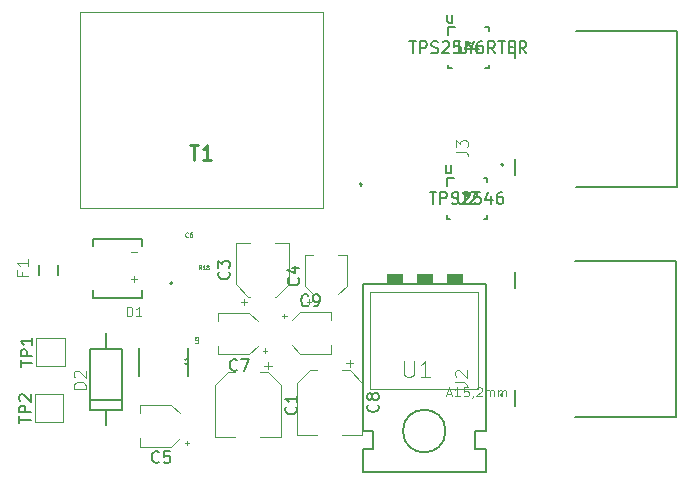
<source format=gbr>
%TF.GenerationSoftware,KiCad,Pcbnew,(5.1.9)-1*%
%TF.CreationDate,2021-03-01T12:10:23+05:30*%
%TF.ProjectId,Charger,43686172-6765-4722-9e6b-696361645f70,rev?*%
%TF.SameCoordinates,Original*%
%TF.FileFunction,Legend,Top*%
%TF.FilePolarity,Positive*%
%FSLAX46Y46*%
G04 Gerber Fmt 4.6, Leading zero omitted, Abs format (unit mm)*
G04 Created by KiCad (PCBNEW (5.1.9)-1) date 2021-03-01 12:10:23*
%MOMM*%
%LPD*%
G01*
G04 APERTURE LIST*
%ADD10C,0.120000*%
%ADD11C,0.127000*%
%ADD12C,0.152400*%
%ADD13C,0.200000*%
%ADD14C,0.100000*%
%ADD15C,0.050800*%
%ADD16C,0.010000*%
%ADD17C,0.150000*%
%ADD18C,0.015000*%
%ADD19C,0.254000*%
G04 APERTURE END LIST*
D10*
%TO.C,C9*%
X102725000Y-59545000D02*
X102725000Y-58845000D01*
X102725000Y-56025000D02*
X102725000Y-56725000D01*
X100094437Y-56025000D02*
X102725000Y-56025000D01*
X100094437Y-59545000D02*
X102725000Y-59545000D01*
X99394437Y-56725000D02*
X100094437Y-56025000D01*
X99394437Y-58845000D02*
X100094437Y-59545000D01*
X98590000Y-56350000D02*
X98965000Y-56350000D01*
X98777500Y-56162500D02*
X98777500Y-56537500D01*
%TO.C,C8*%
X99856000Y-66450500D02*
X101556000Y-66450500D01*
X105376000Y-66450500D02*
X103676000Y-66450500D01*
X105376000Y-61994937D02*
X105376000Y-66450500D01*
X99856000Y-61994937D02*
X99856000Y-66450500D01*
X100920437Y-60930500D02*
X101556000Y-60930500D01*
X104311563Y-60930500D02*
X103676000Y-60930500D01*
X104311563Y-60930500D02*
X105376000Y-61994937D01*
X100920437Y-60930500D02*
X99856000Y-61994937D01*
X104301000Y-60065500D02*
X104301000Y-60690500D01*
X104613500Y-60378000D02*
X103988500Y-60378000D01*
%TO.C,C7*%
X93172500Y-56088500D02*
X93172500Y-56788500D01*
X93172500Y-59608500D02*
X93172500Y-58908500D01*
X95803063Y-59608500D02*
X93172500Y-59608500D01*
X95803063Y-56088500D02*
X93172500Y-56088500D01*
X96503063Y-58908500D02*
X95803063Y-59608500D01*
X96503063Y-56788500D02*
X95803063Y-56088500D01*
X97307500Y-59283500D02*
X96932500Y-59283500D01*
X97120000Y-59471000D02*
X97120000Y-59096000D01*
%TO.C,C5*%
X86568500Y-63899000D02*
X86568500Y-64599000D01*
X86568500Y-67419000D02*
X86568500Y-66719000D01*
X89199063Y-67419000D02*
X86568500Y-67419000D01*
X89199063Y-63899000D02*
X86568500Y-63899000D01*
X89899063Y-66719000D02*
X89199063Y-67419000D01*
X89899063Y-64599000D02*
X89199063Y-63899000D01*
X90703500Y-67094000D02*
X90328500Y-67094000D01*
X90516000Y-67281500D02*
X90516000Y-66906500D01*
%TO.C,C4*%
X104058500Y-51199000D02*
X103358500Y-51199000D01*
X100538500Y-51199000D02*
X101238500Y-51199000D01*
X100538500Y-53829563D02*
X100538500Y-51199000D01*
X104058500Y-53829563D02*
X104058500Y-51199000D01*
X101238500Y-54529563D02*
X100538500Y-53829563D01*
X103358500Y-54529563D02*
X104058500Y-53829563D01*
X100863500Y-55334000D02*
X100863500Y-54959000D01*
X100676000Y-55146500D02*
X101051000Y-55146500D01*
%TO.C,C3*%
X99161000Y-50191000D02*
X97961000Y-50191000D01*
X94641000Y-50191000D02*
X95841000Y-50191000D01*
X94641000Y-53646563D02*
X94641000Y-50191000D01*
X99161000Y-53646563D02*
X99161000Y-50191000D01*
X98096563Y-54711000D02*
X97961000Y-54711000D01*
X95705437Y-54711000D02*
X95841000Y-54711000D01*
X95705437Y-54711000D02*
X94641000Y-53646563D01*
X98096563Y-54711000D02*
X99161000Y-53646563D01*
X95341000Y-55451000D02*
X95341000Y-54951000D01*
X95091000Y-55201000D02*
X95591000Y-55201000D01*
%TO.C,C1*%
X92934500Y-66641000D02*
X94634500Y-66641000D01*
X98454500Y-66641000D02*
X96754500Y-66641000D01*
X98454500Y-62185437D02*
X98454500Y-66641000D01*
X92934500Y-62185437D02*
X92934500Y-66641000D01*
X93998937Y-61121000D02*
X94634500Y-61121000D01*
X97390063Y-61121000D02*
X96754500Y-61121000D01*
X97390063Y-61121000D02*
X98454500Y-62185437D01*
X93998937Y-61121000D02*
X92934500Y-62185437D01*
X97379500Y-60256000D02*
X97379500Y-60881000D01*
X97692000Y-60568500D02*
X97067000Y-60568500D01*
%TO.C,TP2*%
X77654300Y-65360400D02*
X77654300Y-62960400D01*
X77654300Y-62960400D02*
X80054300Y-62960400D01*
X80054300Y-62960400D02*
X80054300Y-65360400D01*
X80054300Y-65360400D02*
X77654300Y-65360400D01*
%TO.C,TP1*%
X77781300Y-60597900D02*
X77781300Y-58197900D01*
X77781300Y-58197900D02*
X80181300Y-58197900D01*
X80181300Y-58197900D02*
X80181300Y-60597900D01*
X80181300Y-60597900D02*
X77781300Y-60597900D01*
D11*
%TO.C,F1*%
X79580800Y-52011000D02*
X79580800Y-52891000D01*
X78000800Y-52891000D02*
X78000800Y-52011000D01*
D12*
%TO.C,U4*%
X112638500Y-35380000D02*
X112938499Y-35380000D01*
X112638500Y-35380000D02*
X112638500Y-35080001D01*
X115788501Y-35380000D02*
X116088500Y-35380000D01*
X116088500Y-35380000D02*
X116088500Y-35080001D01*
X116088500Y-32229999D02*
X116088500Y-31930000D01*
X115788501Y-31930000D02*
X116088500Y-31930000D01*
X112638500Y-31930000D02*
X113263500Y-31930000D01*
X112638500Y-32555000D02*
X112638500Y-31930000D01*
%TO.C,U2*%
X112511500Y-48143500D02*
X112811499Y-48143500D01*
X112511500Y-48143500D02*
X112511500Y-47843501D01*
X115661501Y-48143500D02*
X115961500Y-48143500D01*
X115961500Y-48143500D02*
X115961500Y-47843501D01*
X115961500Y-44993499D02*
X115961500Y-44693500D01*
X115661501Y-44693500D02*
X115961500Y-44693500D01*
X112511500Y-44693500D02*
X113136500Y-44693500D01*
X112511500Y-45318500D02*
X112511500Y-44693500D01*
D13*
%TO.C,D1*%
X89312800Y-53594000D02*
G75*
G03*
X89312800Y-53594000I-100000J0D01*
G01*
D11*
X86732800Y-54804000D02*
X86732800Y-54184000D01*
X86732800Y-54804000D02*
X82532800Y-54804000D01*
X82532800Y-54804000D02*
X82532800Y-54184000D01*
X86732800Y-50464000D02*
X86732800Y-49844000D01*
X86732800Y-49844000D02*
X82532800Y-49844000D01*
X82532800Y-49844000D02*
X82532800Y-50464000D01*
%TO.C,D2*%
X82292200Y-59122000D02*
X82292200Y-63497000D01*
X82292200Y-63497000D02*
X82292200Y-64322000D01*
X84992200Y-64322000D02*
X84992200Y-63497000D01*
X84992200Y-63497000D02*
X84992200Y-59122000D01*
X84992200Y-63497000D02*
X82292200Y-63497000D01*
X82292200Y-64322000D02*
X83642200Y-64322000D01*
X83642200Y-64322000D02*
X84992200Y-64322000D01*
X84992200Y-59122000D02*
X83642200Y-59122000D01*
X83642200Y-59122000D02*
X82292200Y-59122000D01*
X83642200Y-64322000D02*
X83642200Y-65622000D01*
X83642200Y-59122000D02*
X83642200Y-57822000D01*
D13*
%TO.C,J2*%
X131970000Y-64893000D02*
X123420000Y-64893000D01*
X123420000Y-51693000D02*
X131970000Y-51693000D01*
X131970000Y-51693000D02*
X131970000Y-64893000D01*
X117270000Y-63043000D02*
G75*
G03*
X117270000Y-63043000I-100000J0D01*
G01*
X118270000Y-63943000D02*
X118270000Y-62593000D01*
X118270000Y-53993000D02*
X118270000Y-52643000D01*
%TO.C,J3*%
X118333500Y-34498500D02*
X118333500Y-33148500D01*
X118333500Y-44448500D02*
X118333500Y-43098500D01*
X117333500Y-43548500D02*
G75*
G03*
X117333500Y-43548500I-100000J0D01*
G01*
X132033500Y-32198500D02*
X132033500Y-45398500D01*
X123483500Y-32198500D02*
X132033500Y-32198500D01*
X132033500Y-45398500D02*
X123483500Y-45398500D01*
%TO.C,T1*%
X105244800Y-45112800D02*
X105244800Y-45112800D01*
X105244800Y-45312800D02*
X105244800Y-45312800D01*
D14*
X102044800Y-30612800D02*
X102044800Y-47212800D01*
X81444800Y-30612800D02*
X102044800Y-30612800D01*
X81444800Y-47212800D02*
X81444800Y-30612800D01*
X102044800Y-47212800D02*
X81444800Y-47212800D01*
D13*
X105244800Y-45112800D02*
G75*
G03*
X105244800Y-45312800I0J-100000D01*
G01*
X105244800Y-45312800D02*
G75*
G03*
X105244800Y-45112800I0J100000D01*
G01*
D12*
%TO.C,U1*%
X115824000Y-53657500D02*
X105410000Y-53657500D01*
X105410000Y-69532500D02*
X115824000Y-69532500D01*
X105410000Y-53657500D02*
X105410000Y-66103500D01*
X105410000Y-66103500D02*
X106299000Y-66103500D01*
X106299000Y-66103500D02*
X106299000Y-67627500D01*
X106299000Y-67627500D02*
X105410000Y-67627500D01*
X105410000Y-67627500D02*
X105410000Y-69532500D01*
X115824000Y-53657500D02*
X115824000Y-66103500D01*
X115824000Y-66103500D02*
X114935000Y-66103500D01*
X114935000Y-66103500D02*
X114935000Y-67627500D01*
X114935000Y-67627500D02*
X115824000Y-67627500D01*
X115824000Y-67627500D02*
X115824000Y-69532500D01*
D15*
X115189000Y-54292500D02*
X106045000Y-54292500D01*
X106045000Y-62547500D02*
X106045000Y-54292500D01*
X106045000Y-62547500D02*
X115189000Y-62547500D01*
X115189000Y-54292500D02*
X115189000Y-62547500D01*
D12*
X112420400Y-66103500D02*
G75*
G03*
X112420400Y-66103500I-1803400J0D01*
G01*
D16*
G36*
X108708720Y-53657500D02*
G01*
X107442000Y-53657500D01*
X107442000Y-52764780D01*
X108708720Y-52764780D01*
X108708720Y-53657500D01*
G37*
X108708720Y-53657500D02*
X107442000Y-53657500D01*
X107442000Y-52764780D01*
X108708720Y-52764780D01*
X108708720Y-53657500D01*
G36*
X111252951Y-53657500D02*
G01*
X109982000Y-53657500D01*
X109982000Y-52765270D01*
X111252951Y-52765270D01*
X111252951Y-53657500D01*
G37*
X111252951Y-53657500D02*
X109982000Y-53657500D01*
X109982000Y-52765270D01*
X111252951Y-52765270D01*
X111252951Y-53657500D01*
G36*
X113796610Y-53657500D02*
G01*
X112522000Y-53657500D01*
X112522000Y-52765370D01*
X113796610Y-52765370D01*
X113796610Y-53657500D01*
G37*
X113796610Y-53657500D02*
X112522000Y-53657500D01*
X112522000Y-52765370D01*
X113796610Y-52765370D01*
X113796610Y-53657500D01*
D12*
%TO.C,U3*%
X86487000Y-59055000D02*
X86487000Y-61442600D01*
X90652600Y-61442600D02*
X90652600Y-60553600D01*
X90652600Y-60553600D02*
X90652600Y-59055000D01*
X90652599Y-60553600D02*
G75*
G02*
X90373200Y-60401200I-7717J318167D01*
G01*
X90373200Y-60096399D02*
G75*
G02*
X90627200Y-59944000I258982J-143771D01*
G01*
%TO.C,C9*%
D17*
X100798333Y-55442142D02*
X100750714Y-55489761D01*
X100607857Y-55537380D01*
X100512619Y-55537380D01*
X100369761Y-55489761D01*
X100274523Y-55394523D01*
X100226904Y-55299285D01*
X100179285Y-55108809D01*
X100179285Y-54965952D01*
X100226904Y-54775476D01*
X100274523Y-54680238D01*
X100369761Y-54585000D01*
X100512619Y-54537380D01*
X100607857Y-54537380D01*
X100750714Y-54585000D01*
X100798333Y-54632619D01*
X101274523Y-55537380D02*
X101465000Y-55537380D01*
X101560238Y-55489761D01*
X101607857Y-55442142D01*
X101703095Y-55299285D01*
X101750714Y-55108809D01*
X101750714Y-54727857D01*
X101703095Y-54632619D01*
X101655476Y-54585000D01*
X101560238Y-54537380D01*
X101369761Y-54537380D01*
X101274523Y-54585000D01*
X101226904Y-54632619D01*
X101179285Y-54727857D01*
X101179285Y-54965952D01*
X101226904Y-55061190D01*
X101274523Y-55108809D01*
X101369761Y-55156428D01*
X101560238Y-55156428D01*
X101655476Y-55108809D01*
X101703095Y-55061190D01*
X101750714Y-54965952D01*
%TO.C,C8*%
X106673142Y-63857166D02*
X106720761Y-63904785D01*
X106768380Y-64047642D01*
X106768380Y-64142880D01*
X106720761Y-64285738D01*
X106625523Y-64380976D01*
X106530285Y-64428595D01*
X106339809Y-64476214D01*
X106196952Y-64476214D01*
X106006476Y-64428595D01*
X105911238Y-64380976D01*
X105816000Y-64285738D01*
X105768380Y-64142880D01*
X105768380Y-64047642D01*
X105816000Y-63904785D01*
X105863619Y-63857166D01*
X106196952Y-63285738D02*
X106149333Y-63380976D01*
X106101714Y-63428595D01*
X106006476Y-63476214D01*
X105958857Y-63476214D01*
X105863619Y-63428595D01*
X105816000Y-63380976D01*
X105768380Y-63285738D01*
X105768380Y-63095261D01*
X105816000Y-63000023D01*
X105863619Y-62952404D01*
X105958857Y-62904785D01*
X106006476Y-62904785D01*
X106101714Y-62952404D01*
X106149333Y-63000023D01*
X106196952Y-63095261D01*
X106196952Y-63285738D01*
X106244571Y-63380976D01*
X106292190Y-63428595D01*
X106387428Y-63476214D01*
X106577904Y-63476214D01*
X106673142Y-63428595D01*
X106720761Y-63380976D01*
X106768380Y-63285738D01*
X106768380Y-63095261D01*
X106720761Y-63000023D01*
X106673142Y-62952404D01*
X106577904Y-62904785D01*
X106387428Y-62904785D01*
X106292190Y-62952404D01*
X106244571Y-63000023D01*
X106196952Y-63095261D01*
%TO.C,C7*%
X94765833Y-60905642D02*
X94718214Y-60953261D01*
X94575357Y-61000880D01*
X94480119Y-61000880D01*
X94337261Y-60953261D01*
X94242023Y-60858023D01*
X94194404Y-60762785D01*
X94146785Y-60572309D01*
X94146785Y-60429452D01*
X94194404Y-60238976D01*
X94242023Y-60143738D01*
X94337261Y-60048500D01*
X94480119Y-60000880D01*
X94575357Y-60000880D01*
X94718214Y-60048500D01*
X94765833Y-60096119D01*
X95099166Y-60000880D02*
X95765833Y-60000880D01*
X95337261Y-61000880D01*
%TO.C,C5*%
X88161833Y-68716142D02*
X88114214Y-68763761D01*
X87971357Y-68811380D01*
X87876119Y-68811380D01*
X87733261Y-68763761D01*
X87638023Y-68668523D01*
X87590404Y-68573285D01*
X87542785Y-68382809D01*
X87542785Y-68239952D01*
X87590404Y-68049476D01*
X87638023Y-67954238D01*
X87733261Y-67859000D01*
X87876119Y-67811380D01*
X87971357Y-67811380D01*
X88114214Y-67859000D01*
X88161833Y-67906619D01*
X89066595Y-67811380D02*
X88590404Y-67811380D01*
X88542785Y-68287571D01*
X88590404Y-68239952D01*
X88685642Y-68192333D01*
X88923738Y-68192333D01*
X89018976Y-68239952D01*
X89066595Y-68287571D01*
X89114214Y-68382809D01*
X89114214Y-68620904D01*
X89066595Y-68716142D01*
X89018976Y-68763761D01*
X88923738Y-68811380D01*
X88685642Y-68811380D01*
X88590404Y-68763761D01*
X88542785Y-68716142D01*
%TO.C,C4*%
X99955642Y-53125666D02*
X100003261Y-53173285D01*
X100050880Y-53316142D01*
X100050880Y-53411380D01*
X100003261Y-53554238D01*
X99908023Y-53649476D01*
X99812785Y-53697095D01*
X99622309Y-53744714D01*
X99479452Y-53744714D01*
X99288976Y-53697095D01*
X99193738Y-53649476D01*
X99098500Y-53554238D01*
X99050880Y-53411380D01*
X99050880Y-53316142D01*
X99098500Y-53173285D01*
X99146119Y-53125666D01*
X99384214Y-52268523D02*
X100050880Y-52268523D01*
X99003261Y-52506619D02*
X99717547Y-52744714D01*
X99717547Y-52125666D01*
%TO.C,C3*%
X94058142Y-52617666D02*
X94105761Y-52665285D01*
X94153380Y-52808142D01*
X94153380Y-52903380D01*
X94105761Y-53046238D01*
X94010523Y-53141476D01*
X93915285Y-53189095D01*
X93724809Y-53236714D01*
X93581952Y-53236714D01*
X93391476Y-53189095D01*
X93296238Y-53141476D01*
X93201000Y-53046238D01*
X93153380Y-52903380D01*
X93153380Y-52808142D01*
X93201000Y-52665285D01*
X93248619Y-52617666D01*
X93153380Y-52284333D02*
X93153380Y-51665285D01*
X93534333Y-51998619D01*
X93534333Y-51855761D01*
X93581952Y-51760523D01*
X93629571Y-51712904D01*
X93724809Y-51665285D01*
X93962904Y-51665285D01*
X94058142Y-51712904D01*
X94105761Y-51760523D01*
X94153380Y-51855761D01*
X94153380Y-52141476D01*
X94105761Y-52236714D01*
X94058142Y-52284333D01*
%TO.C,C1*%
X99751642Y-64047666D02*
X99799261Y-64095285D01*
X99846880Y-64238142D01*
X99846880Y-64333380D01*
X99799261Y-64476238D01*
X99704023Y-64571476D01*
X99608785Y-64619095D01*
X99418309Y-64666714D01*
X99275452Y-64666714D01*
X99084976Y-64619095D01*
X98989738Y-64571476D01*
X98894500Y-64476238D01*
X98846880Y-64333380D01*
X98846880Y-64238142D01*
X98894500Y-64095285D01*
X98942119Y-64047666D01*
X99846880Y-63095285D02*
X99846880Y-63666714D01*
X99846880Y-63381000D02*
X98846880Y-63381000D01*
X98989738Y-63476238D01*
X99084976Y-63571476D01*
X99132595Y-63666714D01*
%TO.C,TP2*%
X76308680Y-65422304D02*
X76308680Y-64850876D01*
X77308680Y-65136590D02*
X76308680Y-65136590D01*
X77308680Y-64517542D02*
X76308680Y-64517542D01*
X76308680Y-64136590D01*
X76356300Y-64041352D01*
X76403919Y-63993733D01*
X76499157Y-63946114D01*
X76642014Y-63946114D01*
X76737252Y-63993733D01*
X76784871Y-64041352D01*
X76832490Y-64136590D01*
X76832490Y-64517542D01*
X76403919Y-63565161D02*
X76356300Y-63517542D01*
X76308680Y-63422304D01*
X76308680Y-63184209D01*
X76356300Y-63088971D01*
X76403919Y-63041352D01*
X76499157Y-62993733D01*
X76594395Y-62993733D01*
X76737252Y-63041352D01*
X77308680Y-63612780D01*
X77308680Y-62993733D01*
%TO.C,TP1*%
X76435680Y-60659804D02*
X76435680Y-60088376D01*
X77435680Y-60374090D02*
X76435680Y-60374090D01*
X77435680Y-59755042D02*
X76435680Y-59755042D01*
X76435680Y-59374090D01*
X76483300Y-59278852D01*
X76530919Y-59231233D01*
X76626157Y-59183614D01*
X76769014Y-59183614D01*
X76864252Y-59231233D01*
X76911871Y-59278852D01*
X76959490Y-59374090D01*
X76959490Y-59755042D01*
X77435680Y-58231233D02*
X77435680Y-58802661D01*
X77435680Y-58516947D02*
X76435680Y-58516947D01*
X76578538Y-58612185D01*
X76673776Y-58707423D01*
X76721395Y-58802661D01*
%TO.C,F1*%
D18*
X76584371Y-52609333D02*
X76584371Y-52942666D01*
X77108180Y-52942666D02*
X76108180Y-52942666D01*
X76108180Y-52466476D01*
X77108180Y-51561714D02*
X77108180Y-52133142D01*
X77108180Y-51847428D02*
X76108180Y-51847428D01*
X76251038Y-51942666D01*
X76346276Y-52037904D01*
X76393895Y-52133142D01*
%TO.C,U4*%
D17*
X113601595Y-33107380D02*
X113601595Y-33916904D01*
X113649214Y-34012142D01*
X113696833Y-34059761D01*
X113792071Y-34107380D01*
X113982547Y-34107380D01*
X114077785Y-34059761D01*
X114125404Y-34012142D01*
X114173023Y-33916904D01*
X114173023Y-33107380D01*
X115077785Y-33440714D02*
X115077785Y-34107380D01*
X114839690Y-33059761D02*
X114601595Y-33774047D01*
X115220642Y-33774047D01*
X109363500Y-33107380D02*
X109934928Y-33107380D01*
X109649214Y-34107380D02*
X109649214Y-33107380D01*
X110268261Y-34107380D02*
X110268261Y-33107380D01*
X110649214Y-33107380D01*
X110744452Y-33155000D01*
X110792071Y-33202619D01*
X110839690Y-33297857D01*
X110839690Y-33440714D01*
X110792071Y-33535952D01*
X110744452Y-33583571D01*
X110649214Y-33631190D01*
X110268261Y-33631190D01*
X111220642Y-34059761D02*
X111363500Y-34107380D01*
X111601595Y-34107380D01*
X111696833Y-34059761D01*
X111744452Y-34012142D01*
X111792071Y-33916904D01*
X111792071Y-33821666D01*
X111744452Y-33726428D01*
X111696833Y-33678809D01*
X111601595Y-33631190D01*
X111411119Y-33583571D01*
X111315880Y-33535952D01*
X111268261Y-33488333D01*
X111220642Y-33393095D01*
X111220642Y-33297857D01*
X111268261Y-33202619D01*
X111315880Y-33155000D01*
X111411119Y-33107380D01*
X111649214Y-33107380D01*
X111792071Y-33155000D01*
X112173023Y-33202619D02*
X112220642Y-33155000D01*
X112315880Y-33107380D01*
X112553976Y-33107380D01*
X112649214Y-33155000D01*
X112696833Y-33202619D01*
X112744452Y-33297857D01*
X112744452Y-33393095D01*
X112696833Y-33535952D01*
X112125404Y-34107380D01*
X112744452Y-34107380D01*
X113649214Y-33107380D02*
X113173023Y-33107380D01*
X113125404Y-33583571D01*
X113173023Y-33535952D01*
X113268261Y-33488333D01*
X113506357Y-33488333D01*
X113601595Y-33535952D01*
X113649214Y-33583571D01*
X113696833Y-33678809D01*
X113696833Y-33916904D01*
X113649214Y-34012142D01*
X113601595Y-34059761D01*
X113506357Y-34107380D01*
X113268261Y-34107380D01*
X113173023Y-34059761D01*
X113125404Y-34012142D01*
X114553976Y-33440714D02*
X114553976Y-34107380D01*
X114315880Y-33059761D02*
X114077785Y-33774047D01*
X114696833Y-33774047D01*
X115506357Y-33107380D02*
X115315880Y-33107380D01*
X115220642Y-33155000D01*
X115173023Y-33202619D01*
X115077785Y-33345476D01*
X115030166Y-33535952D01*
X115030166Y-33916904D01*
X115077785Y-34012142D01*
X115125404Y-34059761D01*
X115220642Y-34107380D01*
X115411119Y-34107380D01*
X115506357Y-34059761D01*
X115553976Y-34012142D01*
X115601595Y-33916904D01*
X115601595Y-33678809D01*
X115553976Y-33583571D01*
X115506357Y-33535952D01*
X115411119Y-33488333D01*
X115220642Y-33488333D01*
X115125404Y-33535952D01*
X115077785Y-33583571D01*
X115030166Y-33678809D01*
X116601595Y-34107380D02*
X116268261Y-33631190D01*
X116030166Y-34107380D02*
X116030166Y-33107380D01*
X116411119Y-33107380D01*
X116506357Y-33155000D01*
X116553976Y-33202619D01*
X116601595Y-33297857D01*
X116601595Y-33440714D01*
X116553976Y-33535952D01*
X116506357Y-33583571D01*
X116411119Y-33631190D01*
X116030166Y-33631190D01*
X116887309Y-33107380D02*
X117458738Y-33107380D01*
X117173023Y-34107380D02*
X117173023Y-33107380D01*
X117792071Y-33583571D02*
X118125404Y-33583571D01*
X118268261Y-34107380D02*
X117792071Y-34107380D01*
X117792071Y-33107380D01*
X118268261Y-33107380D01*
X119268261Y-34107380D02*
X118934928Y-33631190D01*
X118696833Y-34107380D02*
X118696833Y-33107380D01*
X119077785Y-33107380D01*
X119173023Y-33155000D01*
X119220642Y-33202619D01*
X119268261Y-33297857D01*
X119268261Y-33440714D01*
X119220642Y-33535952D01*
X119173023Y-33583571D01*
X119077785Y-33631190D01*
X118696833Y-33631190D01*
X113002985Y-30849914D02*
X113002985Y-31516580D01*
X112574414Y-30849914D02*
X112574414Y-31373723D01*
X112622033Y-31468961D01*
X112717271Y-31516580D01*
X112860128Y-31516580D01*
X112955366Y-31468961D01*
X113002985Y-31421342D01*
X114363500Y-33107380D02*
X114363500Y-33345476D01*
X114125404Y-33250238D02*
X114363500Y-33345476D01*
X114601595Y-33250238D01*
X114220642Y-33535952D02*
X114363500Y-33345476D01*
X114506357Y-33535952D01*
%TO.C,U2*%
X113474595Y-45870880D02*
X113474595Y-46680404D01*
X113522214Y-46775642D01*
X113569833Y-46823261D01*
X113665071Y-46870880D01*
X113855547Y-46870880D01*
X113950785Y-46823261D01*
X113998404Y-46775642D01*
X114046023Y-46680404D01*
X114046023Y-45870880D01*
X114474595Y-45966119D02*
X114522214Y-45918500D01*
X114617452Y-45870880D01*
X114855547Y-45870880D01*
X114950785Y-45918500D01*
X114998404Y-45966119D01*
X115046023Y-46061357D01*
X115046023Y-46156595D01*
X114998404Y-46299452D01*
X114426976Y-46870880D01*
X115046023Y-46870880D01*
X111069833Y-45870880D02*
X111641261Y-45870880D01*
X111355547Y-46870880D02*
X111355547Y-45870880D01*
X111974595Y-46870880D02*
X111974595Y-45870880D01*
X112355547Y-45870880D01*
X112450785Y-45918500D01*
X112498404Y-45966119D01*
X112546023Y-46061357D01*
X112546023Y-46204214D01*
X112498404Y-46299452D01*
X112450785Y-46347071D01*
X112355547Y-46394690D01*
X111974595Y-46394690D01*
X112926976Y-46823261D02*
X113069833Y-46870880D01*
X113307928Y-46870880D01*
X113403166Y-46823261D01*
X113450785Y-46775642D01*
X113498404Y-46680404D01*
X113498404Y-46585166D01*
X113450785Y-46489928D01*
X113403166Y-46442309D01*
X113307928Y-46394690D01*
X113117452Y-46347071D01*
X113022214Y-46299452D01*
X112974595Y-46251833D01*
X112926976Y-46156595D01*
X112926976Y-46061357D01*
X112974595Y-45966119D01*
X113022214Y-45918500D01*
X113117452Y-45870880D01*
X113355547Y-45870880D01*
X113498404Y-45918500D01*
X113879357Y-45966119D02*
X113926976Y-45918500D01*
X114022214Y-45870880D01*
X114260309Y-45870880D01*
X114355547Y-45918500D01*
X114403166Y-45966119D01*
X114450785Y-46061357D01*
X114450785Y-46156595D01*
X114403166Y-46299452D01*
X113831738Y-46870880D01*
X114450785Y-46870880D01*
X115355547Y-45870880D02*
X114879357Y-45870880D01*
X114831738Y-46347071D01*
X114879357Y-46299452D01*
X114974595Y-46251833D01*
X115212690Y-46251833D01*
X115307928Y-46299452D01*
X115355547Y-46347071D01*
X115403166Y-46442309D01*
X115403166Y-46680404D01*
X115355547Y-46775642D01*
X115307928Y-46823261D01*
X115212690Y-46870880D01*
X114974595Y-46870880D01*
X114879357Y-46823261D01*
X114831738Y-46775642D01*
X116260309Y-46204214D02*
X116260309Y-46870880D01*
X116022214Y-45823261D02*
X115784119Y-46537547D01*
X116403166Y-46537547D01*
X117212690Y-45870880D02*
X117022214Y-45870880D01*
X116926976Y-45918500D01*
X116879357Y-45966119D01*
X116784119Y-46108976D01*
X116736500Y-46299452D01*
X116736500Y-46680404D01*
X116784119Y-46775642D01*
X116831738Y-46823261D01*
X116926976Y-46870880D01*
X117117452Y-46870880D01*
X117212690Y-46823261D01*
X117260309Y-46775642D01*
X117307928Y-46680404D01*
X117307928Y-46442309D01*
X117260309Y-46347071D01*
X117212690Y-46299452D01*
X117117452Y-46251833D01*
X116926976Y-46251833D01*
X116831738Y-46299452D01*
X116784119Y-46347071D01*
X116736500Y-46442309D01*
X112875985Y-43613414D02*
X112875985Y-44280080D01*
X112447414Y-43613414D02*
X112447414Y-44137223D01*
X112495033Y-44232461D01*
X112590271Y-44280080D01*
X112733128Y-44280080D01*
X112828366Y-44232461D01*
X112875985Y-44184842D01*
X114236500Y-45870880D02*
X114236500Y-46108976D01*
X113998404Y-46013738D02*
X114236500Y-46108976D01*
X114474595Y-46013738D01*
X114093642Y-46299452D02*
X114236500Y-46108976D01*
X114379357Y-46299452D01*
%TO.C,C6*%
D18*
X90616883Y-49640607D02*
X90598135Y-49659355D01*
X90541892Y-49678102D01*
X90504397Y-49678102D01*
X90448154Y-49659355D01*
X90410658Y-49621859D01*
X90391911Y-49584364D01*
X90373163Y-49509373D01*
X90373163Y-49453130D01*
X90391911Y-49378140D01*
X90410658Y-49340644D01*
X90448154Y-49303149D01*
X90504397Y-49284401D01*
X90541892Y-49284401D01*
X90598135Y-49303149D01*
X90616883Y-49321897D01*
X90954341Y-49284401D02*
X90879350Y-49284401D01*
X90841855Y-49303149D01*
X90823107Y-49321897D01*
X90785612Y-49378140D01*
X90766864Y-49453130D01*
X90766864Y-49603112D01*
X90785612Y-49640607D01*
X90804359Y-49659355D01*
X90841855Y-49678102D01*
X90916845Y-49678102D01*
X90954341Y-49659355D01*
X90973088Y-49640607D01*
X90991836Y-49603112D01*
X90991836Y-49509373D01*
X90973088Y-49471878D01*
X90954341Y-49453130D01*
X90916845Y-49434383D01*
X90841855Y-49434383D01*
X90804359Y-49453130D01*
X90785612Y-49471878D01*
X90766864Y-49509373D01*
%TO.C,D1*%
X85453002Y-56373999D02*
X85453002Y-55569424D01*
X85644567Y-55569424D01*
X85759506Y-55607737D01*
X85836132Y-55684363D01*
X85874446Y-55760989D01*
X85912759Y-55914242D01*
X85912759Y-56029181D01*
X85874446Y-56182433D01*
X85836132Y-56259060D01*
X85759506Y-56335686D01*
X85644567Y-56373999D01*
X85453002Y-56373999D01*
X86679021Y-56373999D02*
X86219263Y-56373999D01*
X86449142Y-56373999D02*
X86449142Y-55569424D01*
X86372516Y-55684363D01*
X86295890Y-55760989D01*
X86219263Y-55799302D01*
X85789035Y-53261186D02*
X86277944Y-53261186D01*
X86033490Y-53505640D02*
X86033490Y-53016732D01*
X85790258Y-50967713D02*
X86279681Y-50967713D01*
%TO.C,D2*%
X81957440Y-62503295D02*
X80957440Y-62503295D01*
X80957440Y-62265200D01*
X81005060Y-62122342D01*
X81100298Y-62027104D01*
X81195536Y-61979485D01*
X81386012Y-61931866D01*
X81528869Y-61931866D01*
X81719345Y-61979485D01*
X81814583Y-62027104D01*
X81909821Y-62122342D01*
X81957440Y-62265200D01*
X81957440Y-62503295D01*
X81052679Y-61550914D02*
X81005060Y-61503295D01*
X80957440Y-61408057D01*
X80957440Y-61169961D01*
X81005060Y-61074723D01*
X81052679Y-61027104D01*
X81147917Y-60979485D01*
X81243155Y-60979485D01*
X81386012Y-61027104D01*
X81957440Y-61598533D01*
X81957440Y-60979485D01*
%TO.C,J2*%
X113237380Y-61951333D02*
X113951666Y-61951333D01*
X114094523Y-61998952D01*
X114189761Y-62094190D01*
X114237380Y-62237047D01*
X114237380Y-62332285D01*
X113332619Y-61522761D02*
X113285000Y-61475142D01*
X113237380Y-61379904D01*
X113237380Y-61141809D01*
X113285000Y-61046571D01*
X113332619Y-60998952D01*
X113427857Y-60951333D01*
X113523095Y-60951333D01*
X113665952Y-60998952D01*
X114237380Y-61570380D01*
X114237380Y-60951333D01*
%TO.C,J3*%
X113300880Y-42456833D02*
X114015166Y-42456833D01*
X114158023Y-42504452D01*
X114253261Y-42599690D01*
X114300880Y-42742547D01*
X114300880Y-42837785D01*
X113300880Y-42075880D02*
X113300880Y-41456833D01*
X113681833Y-41790166D01*
X113681833Y-41647309D01*
X113729452Y-41552071D01*
X113777071Y-41504452D01*
X113872309Y-41456833D01*
X114110404Y-41456833D01*
X114205642Y-41504452D01*
X114253261Y-41552071D01*
X114300880Y-41647309D01*
X114300880Y-41933023D01*
X114253261Y-42028261D01*
X114205642Y-42075880D01*
%TO.C,R18*%
X91748606Y-52405795D02*
X91641498Y-52252784D01*
X91564992Y-52405795D02*
X91564992Y-52084471D01*
X91687402Y-52084471D01*
X91718004Y-52099773D01*
X91733305Y-52115074D01*
X91748606Y-52145676D01*
X91748606Y-52191579D01*
X91733305Y-52222182D01*
X91718004Y-52237483D01*
X91687402Y-52252784D01*
X91564992Y-52252784D01*
X92054629Y-52405795D02*
X91871015Y-52405795D01*
X91962822Y-52405795D02*
X91962822Y-52084471D01*
X91932220Y-52130375D01*
X91901618Y-52160977D01*
X91871015Y-52176278D01*
X92238243Y-52222182D02*
X92207640Y-52206881D01*
X92192339Y-52191579D01*
X92177038Y-52160977D01*
X92177038Y-52145676D01*
X92192339Y-52115074D01*
X92207640Y-52099773D01*
X92238243Y-52084471D01*
X92299447Y-52084471D01*
X92330050Y-52099773D01*
X92345351Y-52115074D01*
X92360652Y-52145676D01*
X92360652Y-52160977D01*
X92345351Y-52191579D01*
X92330050Y-52206881D01*
X92299447Y-52222182D01*
X92238243Y-52222182D01*
X92207640Y-52237483D01*
X92192339Y-52252784D01*
X92177038Y-52283386D01*
X92177038Y-52344591D01*
X92192339Y-52375193D01*
X92207640Y-52390494D01*
X92238243Y-52405795D01*
X92299447Y-52405795D01*
X92330050Y-52390494D01*
X92345351Y-52375193D01*
X92360652Y-52344591D01*
X92360652Y-52283386D01*
X92345351Y-52252784D01*
X92330050Y-52237483D01*
X92299447Y-52222182D01*
%TO.C,T1*%
D19*
X90777180Y-41900323D02*
X91502895Y-41900323D01*
X91140038Y-43170323D02*
X91140038Y-41900323D01*
X92591466Y-43170323D02*
X91865752Y-43170323D01*
X92228609Y-43170323D02*
X92228609Y-41900323D01*
X92107657Y-42081752D01*
X91986704Y-42202704D01*
X91865752Y-42263180D01*
%TO.C,U1*%
D18*
X108914439Y-60132598D02*
X108914439Y-61266530D01*
X108981141Y-61399934D01*
X109047843Y-61466636D01*
X109181247Y-61533338D01*
X109448054Y-61533338D01*
X109581458Y-61466636D01*
X109648160Y-61399934D01*
X109714862Y-61266530D01*
X109714862Y-60132598D01*
X111115602Y-61533338D02*
X110315179Y-61533338D01*
X110715390Y-61533338D02*
X110715390Y-60132598D01*
X110581987Y-60332703D01*
X110448583Y-60466107D01*
X110315179Y-60532809D01*
X112540065Y-62947255D02*
X112912224Y-62947255D01*
X112465633Y-63170551D02*
X112726145Y-62389016D01*
X112986656Y-63170551D01*
X113656543Y-63170551D02*
X113209952Y-63170551D01*
X113433248Y-63170551D02*
X113433248Y-62389016D01*
X113358816Y-62500664D01*
X113284384Y-62575096D01*
X113209952Y-62612312D01*
X114363646Y-62389016D02*
X113991487Y-62389016D01*
X113954271Y-62761176D01*
X113991487Y-62723960D01*
X114065919Y-62686744D01*
X114251999Y-62686744D01*
X114326430Y-62723960D01*
X114363646Y-62761176D01*
X114400862Y-62835607D01*
X114400862Y-63021687D01*
X114363646Y-63096119D01*
X114326430Y-63133335D01*
X114251999Y-63170551D01*
X114065919Y-63170551D01*
X113991487Y-63133335D01*
X113954271Y-63096119D01*
X114773022Y-63133335D02*
X114773022Y-63170551D01*
X114735806Y-63244983D01*
X114698590Y-63282199D01*
X115070750Y-62463448D02*
X115107965Y-62426232D01*
X115182397Y-62389016D01*
X115368477Y-62389016D01*
X115442909Y-62426232D01*
X115480125Y-62463448D01*
X115517341Y-62537880D01*
X115517341Y-62612312D01*
X115480125Y-62723960D01*
X115033534Y-63170551D01*
X115517341Y-63170551D01*
X115852285Y-63170551D02*
X115852285Y-62649528D01*
X115852285Y-62723960D02*
X115889500Y-62686744D01*
X115963932Y-62649528D01*
X116075580Y-62649528D01*
X116150012Y-62686744D01*
X116187228Y-62761176D01*
X116187228Y-63170551D01*
X116187228Y-62761176D02*
X116224444Y-62686744D01*
X116298876Y-62649528D01*
X116410524Y-62649528D01*
X116484956Y-62686744D01*
X116522172Y-62761176D01*
X116522172Y-63170551D01*
X116894331Y-63170551D02*
X116894331Y-62649528D01*
X116894331Y-62723960D02*
X116931547Y-62686744D01*
X117005979Y-62649528D01*
X117117627Y-62649528D01*
X117192059Y-62686744D01*
X117229275Y-62761176D01*
X117229275Y-63170551D01*
X117229275Y-62761176D02*
X117266491Y-62686744D01*
X117340923Y-62649528D01*
X117452570Y-62649528D01*
X117527002Y-62686744D01*
X117564218Y-62761176D01*
X117564218Y-63170551D01*
%TO.C,U3*%
X91188351Y-58605870D02*
X91443319Y-58605870D01*
X91473316Y-58590872D01*
X91488314Y-58575874D01*
X91503312Y-58545877D01*
X91503312Y-58485885D01*
X91488314Y-58455888D01*
X91473316Y-58440890D01*
X91443319Y-58425892D01*
X91188351Y-58425892D01*
X91188351Y-58305907D02*
X91188351Y-58110931D01*
X91308336Y-58215918D01*
X91308336Y-58170924D01*
X91323334Y-58140927D01*
X91338332Y-58125929D01*
X91368329Y-58110931D01*
X91443319Y-58110931D01*
X91473316Y-58125929D01*
X91488314Y-58140927D01*
X91503312Y-58170924D01*
X91503312Y-58260913D01*
X91488314Y-58290909D01*
X91473316Y-58305907D01*
%TD*%
M02*

</source>
